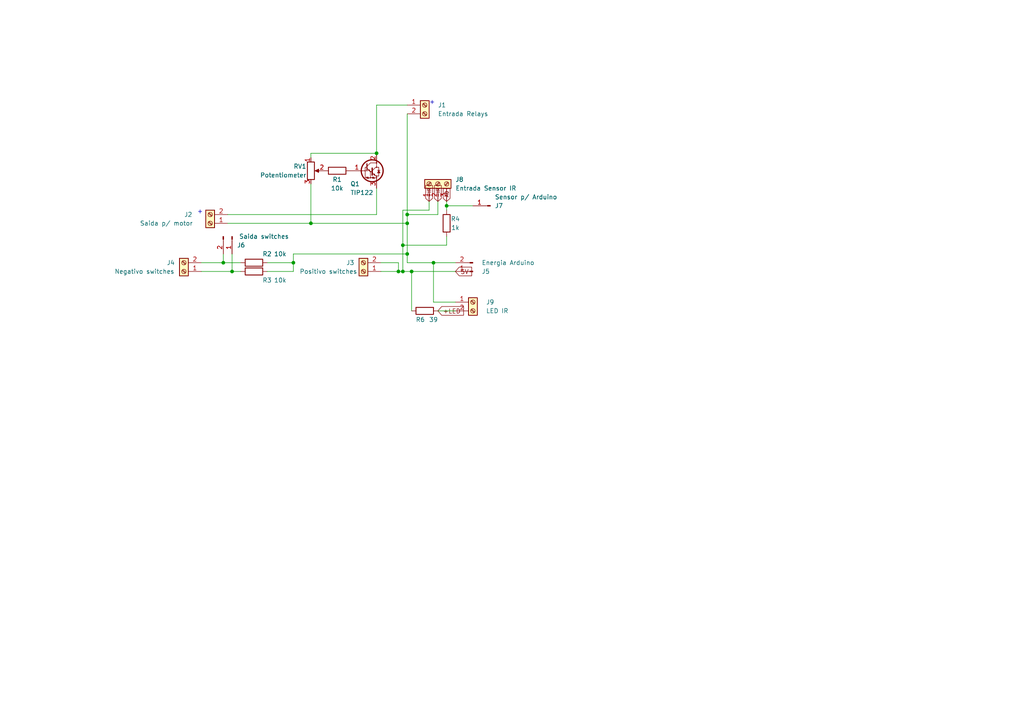
<source format=kicad_sch>
(kicad_sch (version 20211123) (generator eeschema)
  (paper "A4")
  (lib_symbols
    (symbol "Connector:Conn_01x01_Male" (pin_names (offset 1.016) hide)
      (property "Reference" "J" (at 0 2.54 0))
      (property "Value" "Conn_01x01_Male" (at 0 -2.54 0))
      (symbol "Conn_01x01_Male_1_1"
        (polyline (pts (xy 1.27 0) (xy 0.8636 0)) (stroke (width 0.1524)))
        (rectangle (start 0.8636 0.127) (end 0 -0.127) (stroke (width 0.1524)) (fill (type outline)))
        (pin passive line (at 5.08 0 180) (length 3.81) (name "Pin_1") (number "1"))
      )
    )
    (symbol "Connector:Conn_01x02_Male" (pin_names (offset 1.016) hide)
      (property "Reference" "J" (at 0 2.54 0))
      (property "Value" "Conn_01x02_Male" (at 0 -5.08 0))
      (symbol "Conn_01x02_Male_1_1"
        (polyline (pts (xy 1.27 -2.54) (xy 0.8636 -2.54)) (stroke (width 0.1524)))
        (polyline (pts (xy 1.27 0) (xy 0.8636 0)) (stroke (width 0.1524)))
        (rectangle (start 0.8636 -2.413) (end 0 -2.667) (stroke (width 0.1524)) (fill (type outline)))
        (rectangle (start 0.8636 0.127) (end 0 -0.127) (stroke (width 0.1524)) (fill (type outline)))
        (pin passive line (at 5.08 0 180) (length 3.81) (name "Pin_1") (number "1"))
        (pin passive line (at 5.08 -2.54 180) (length 3.81) (name "Pin_2") (number "2"))
      )
    )
    (symbol "Connector:Screw_Terminal_01x02" (pin_names (offset 1.016) hide)
      (property "Reference" "J" (at 0 2.54 0))
      (property "Value" "Screw_Terminal_01x02" (at 0 -5.08 0))
      (symbol "Screw_Terminal_01x02_1_1"
        (rectangle (start -1.27 1.27) (end 1.27 -3.81) (stroke (width 0.254)) (fill (type background)))
        (circle (center 0 -2.54) (radius 0.635) (stroke (width 0.1524)))
        (polyline (pts (xy -0.5334 -2.2098) (xy 0.3302 -3.048)) (stroke (width 0.1524)))
        (polyline (pts (xy -0.5334 0.3302) (xy 0.3302 -0.508)) (stroke (width 0.1524)))
        (polyline (pts (xy -0.3556 -2.032) (xy 0.508 -2.8702)) (stroke (width 0.1524)))
        (polyline (pts (xy -0.3556 0.508) (xy 0.508 -0.3302)) (stroke (width 0.1524)))
        (circle (center 0 0) (radius 0.635) (stroke (width 0.1524)))
        (pin passive line (at -5.08 0 0) (length 3.81) (name "Pin_1") (number "1"))
        (pin passive line (at -5.08 -2.54 0) (length 3.81) (name "Pin_2") (number "2"))
      )
    )
    (symbol "Connector:Screw_Terminal_01x03" (pin_names (offset 1.016) hide)
      (property "Reference" "J" (at 0 5.08 0))
      (property "Value" "Screw_Terminal_01x03" (at 0 -5.08 0))
      (symbol "Screw_Terminal_01x03_1_1"
        (rectangle (start -1.27 3.81) (end 1.27 -3.81) (stroke (width 0.254)) (fill (type background)))
        (circle (center 0 -2.54) (radius 0.635) (stroke (width 0.1524)))
        (polyline (pts (xy -0.5334 -2.2098) (xy 0.3302 -3.048)) (stroke (width 0.1524)))
        (polyline (pts (xy -0.5334 0.3302) (xy 0.3302 -0.508)) (stroke (width 0.1524)))
        (polyline (pts (xy -0.5334 2.8702) (xy 0.3302 2.032)) (stroke (width 0.1524)))
        (polyline (pts (xy -0.3556 -2.032) (xy 0.508 -2.8702)) (stroke (width 0.1524)))
        (polyline (pts (xy -0.3556 0.508) (xy 0.508 -0.3302)) (stroke (width 0.1524)))
        (polyline (pts (xy -0.3556 3.048) (xy 0.508 2.2098)) (stroke (width 0.1524)))
        (circle (center 0 0) (radius 0.635) (stroke (width 0.1524)))
        (circle (center 0 2.54) (radius 0.635) (stroke (width 0.1524)))
        (pin passive line (at -5.08 2.54 0) (length 3.81) (name "Pin_1") (number "1"))
        (pin passive line (at -5.08 0 0) (length 3.81) (name "Pin_2") (number "2"))
        (pin passive line (at -5.08 -2.54 0) (length 3.81) (name "Pin_3") (number "3"))
      )
    )
    (symbol "Device:R" (pin_numbers hide) (pin_names (offset 0))
      (property "Reference" "R" (at 2.032 0 90))
      (property "Value" "R" (at 0 0 90))
      (symbol "R_0_1"
        (rectangle (start -1.016 -2.54) (end 1.016 2.54) (stroke (width 0.254)))
      )
      (symbol "R_1_1"
        (pin passive line (at 0 3.81 270) (length 1.27) (name "~") (number "1"))
        (pin passive line (at 0 -3.81 90) (length 1.27) (name "~") (number "2"))
      )
    )
    (symbol "Device:R_Potentiometer" (pin_names (offset 1.016) hide)
      (property "Reference" "RV" (at -4.445 0 90))
      (property "Value" "R_Potentiometer" (at -2.54 0 90))
      (symbol "R_Potentiometer_0_1"
        (polyline (pts (xy 2.54 0) (xy 1.524 0)))
        (polyline (pts (xy 1.143 0) (xy 2.286 0.508) (xy 2.286 -0.508) (xy 1.143 0)) (fill (type outline)))
        (rectangle (start 1.016 2.54) (end -1.016 -2.54) (stroke (width 0.254)))
      )
      (symbol "R_Potentiometer_1_1"
        (pin passive line (at 0 3.81 270) (length 1.27) (name "1") (number "1"))
        (pin passive line (at 3.81 0 180) (length 1.27) (name "2") (number "2"))
        (pin passive line (at 0 -3.81 90) (length 1.27) (name "3") (number "3"))
      )
    )
    (symbol "Transistor_BJT:TIP122" (pin_names (offset 0) hide)
      (property "Reference" "Q" (at 5.08 1.905 0))
      (property "Value" "TIP122" (at 5.08 0 0))
      (symbol "TIP122_0_1"
        (circle (center -0.762 0) (radius 0.127))
        (polyline (pts (xy -1.27 0) (xy -0.889 0)))
        (polyline (pts (xy 2.54 -2.032) (xy 2.54 -2.54)))
        (polyline (pts (xy 2.54 -1.524) (xy 3.175 -1.524)))
        (polyline (pts (xy 2.794 0.127) (xy 3.556 0.127)))
        (polyline (pts (xy 3.175 -0.635) (xy 3.175 -1.524)))
        (polyline (pts (xy 3.175 1.016) (xy 2.54 1.016)))
        (polyline (pts (xy 3.175 1.016) (xy 3.175 0.127)))
        (polyline (pts (xy -0.254 0.762) (xy 0.762 -0.254) (xy 1.27 -0.254)))
        (polyline (pts (xy -0.254 1.016) (xy -0.762 1.016) (xy -0.762 -2.032)))
        (polyline (pts (xy -0.254 1.27) (xy 0.762 2.286) (xy 2.54 2.286)))
        (polyline (pts (xy -0.254 2.032) (xy -0.254 0) (xy -0.254 0)) (stroke (width 0.3048)))
        (polyline (pts (xy 1.27 0.762) (xy 1.27 -1.27) (xy 1.27 -1.27)) (stroke (width 0.381)))
        (polyline (pts (xy 0.635 -0.127) (xy 0.381 0.381) (xy 0.127 0.127) (xy 0.635 -0.127)))
        (polyline (pts (xy 1.27 -0.508) (xy 2.286 -1.524) (xy 2.54 -1.524) (xy 2.54 -2.032)))
        (polyline (pts (xy 1.27 0) (xy 2.286 1.016) (xy 2.54 1.016) (xy 2.54 2.286)))
        (polyline (pts (xy 2.159 -1.397) (xy 1.905 -0.889) (xy 1.651 -1.143) (xy 2.159 -1.397)))
        (polyline (pts (xy 3.175 0.127) (xy 2.794 -0.635) (xy 3.556 -0.635) (xy 3.175 0.127)) (fill (type outline)))
        (polyline (pts (xy 0.762 -2.032) (xy 0.381 -2.032) (xy 0.254 -2.286) (xy 0.127 -1.778) (xy 0 -2.286) (xy -0.127 -1.778) (xy -0.254 -2.286) (xy -0.381 -1.778) (xy -0.508 -2.032) (xy -0.762 -2.032)))
        (polyline (pts (xy 0.762 -0.254) (xy 0.762 -2.032) (xy 1.143 -2.032) (xy 1.27 -1.778) (xy 1.397 -2.286) (xy 1.524 -1.778) (xy 1.651 -2.286) (xy 1.778 -1.778) (xy 1.905 -2.286) (xy 2.032 -2.032) (xy 2.54 -2.032)))
        (circle (center 0.762 -2.032) (radius 0.127))
        (circle (center 0.762 -0.254) (radius 0.127))
        (circle (center 1.27 0) (radius 3.175) (stroke (width 0.3556)))
        (circle (center 2.54 -2.032) (radius 0.127))
        (circle (center 2.54 -1.524) (radius 0.127))
        (circle (center 2.54 1.016) (radius 0.127))
        (circle (center 2.54 2.286) (radius 0.127))
      )
      (symbol "TIP122_1_1"
        (pin input line (at -5.08 0 0) (length 3.81) (name "B") (number "1"))
        (pin passive line (at 2.54 5.08 270) (length 2.667) (name "C") (number "2"))
        (pin passive line (at 2.54 -5.08 90) (length 2.54) (name "E") (number "3"))
      )
    )
  )
  (junction (at 118.11 64.77))
  (junction (at 85.09 76.2))
  (junction (at 118.11 73.66))
  (junction (at 64.77 76.2))
  (junction (at 116.84 78.74))
  (junction (at 116.84 71.12))
  (junction (at 125.73 76.2))
  (junction (at 118.11 62.23))
  (junction (at 129.54 59.69))
  (junction (at 119.38 78.74))
  (junction (at 67.31 78.74))
  (junction (at 115.57 78.74))
  (junction (at 109.22 44.45))
  (junction (at 90.17 64.77))
  (wire (pts (xy 124.46 58.42) (xy 124.46 60.96)))
  (wire (pts (xy 118.11 64.77) (xy 118.11 73.66)))
  (wire (pts (xy 118.11 76.2) (xy 125.73 76.2)))
  (wire (pts (xy 127 62.23) (xy 118.11 62.23)))
  (wire (pts (xy 109.22 30.48) (xy 118.11 30.48)))
  (wire (pts (xy 85.09 73.66) (xy 118.11 73.66)))
  (wire (pts (xy 77.47 78.74) (xy 85.09 78.74)))
  (wire (pts (xy 118.11 33.02) (xy 118.11 62.23)))
  (wire (pts (xy 64.77 76.2) (xy 69.85 76.2)))
  (wire (pts (xy 125.73 87.63) (xy 132.08 87.63)))
  (wire (pts (xy 129.54 59.69) (xy 129.54 60.96)))
  (wire (pts (xy 90.17 64.77) (xy 90.17 53.34)))
  (wire (pts (xy 90.17 45.72) (xy 90.17 44.45)))
  (wire (pts (xy 77.47 76.2) (xy 85.09 76.2)))
  (wire (pts (xy 118.11 62.23) (xy 118.11 64.77)))
  (wire (pts (xy 109.22 54.61) (xy 109.22 62.23)))
  (wire (pts (xy 58.42 78.74) (xy 67.31 78.74)))
  (wire (pts (xy 85.09 76.2) (xy 85.09 78.74)))
  (wire (pts (xy 125.73 76.2) (xy 132.08 76.2)))
  (wire (pts (xy 116.84 71.12) (xy 116.84 78.74)))
  (wire (pts (xy 66.04 64.77) (xy 90.17 64.77)))
  (wire (pts (xy 64.77 73.66) (xy 64.77 76.2)))
  (wire (pts (xy 115.57 76.2) (xy 115.57 78.74)))
  (wire (pts (xy 119.38 78.74) (xy 132.08 78.74)))
  (wire (pts (xy 119.38 78.74) (xy 119.38 90.17)))
  (wire (pts (xy 129.54 68.58) (xy 129.54 71.12)))
  (wire (pts (xy 129.54 59.69) (xy 137.16 59.69)))
  (wire (pts (xy 129.54 71.12) (xy 116.84 71.12)))
  (wire (pts (xy 109.22 44.45) (xy 109.22 30.48)))
  (wire (pts (xy 90.17 44.45) (xy 109.22 44.45)))
  (wire (pts (xy 110.49 78.74) (xy 115.57 78.74)))
  (wire (pts (xy 115.57 78.74) (xy 116.84 78.74)))
  (wire (pts (xy 110.49 76.2) (xy 115.57 76.2)))
  (wire (pts (xy 66.04 62.23) (xy 109.22 62.23)))
  (wire (pts (xy 118.11 64.77) (xy 90.17 64.77)))
  (wire (pts (xy 125.73 87.63) (xy 125.73 76.2)))
  (wire (pts (xy 116.84 78.74) (xy 119.38 78.74)))
  (wire (pts (xy 127 58.42) (xy 127 62.23)))
  (wire (pts (xy 127 90.17) (xy 132.08 90.17)))
  (wire (pts (xy 124.46 60.96) (xy 116.84 60.96)))
  (wire (pts (xy 118.11 73.66) (xy 118.11 76.2)))
  (wire (pts (xy 129.54 58.42) (xy 129.54 59.69)))
  (wire (pts (xy 67.31 73.66) (xy 67.31 78.74)))
  (wire (pts (xy 85.09 76.2) (xy 85.09 73.66)))
  (wire (pts (xy 58.42 76.2) (xy 64.77 76.2)))
  (wire (pts (xy 116.84 60.96) (xy 116.84 71.12)))
  (wire (pts (xy 67.31 78.74) (xy 69.85 78.74)))
  (text "+" (at 124.46 30.48 0) (effects (font (size 1.27 1.27)) (justify left bottom)))
  (text "+" (at 57.15 62.23 0) (effects (font (size 1.27 1.27)) (justify left bottom)))
  (global_label "+LED" (shape input) (at 127 90.17 0) (property "Referências entre as folhas" "${INTERSHEET_REFS}" (effects hide)))
  (global_label "5V" (shape input) (at 132.08 78.74 0) (property "Referências entre as folhas" "${INTERSHEET_REFS}" (effects hide)))
  (global_label "A0" (shape input) (at 129.54 58.42 90) (effects (font (size 1 1))) (property "Referências entre as folhas" "${INTERSHEET_REFS}" (effects hide)))
  (global_label "-IR" (shape input) (at 127 58.42 90) (effects (font (size 1 1))) (property "Referências entre as folhas" "${INTERSHEET_REFS}" (effects hide)))
  (global_label "+IR" (shape input) (at 124.46 58.42 90) (effects (font (size 1 1))) (property "Referências entre as folhas" "${INTERSHEET_REFS}" (effects hide)))
  (symbol (lib_id "Connector:Conn_01x02_Male") (at 137.16 78.74 180) (unit 1)
    (property "Reference" "J5" (at 139.7 78.74 0) (effects (justify right)))
    (property "Value" "Energia Arduino" (at 139.7 76.2 0) (effects (justify right)))
    (property "Footprint" "Connector_PinHeader_1.27mm:PinHeader_1x02_P1.27mm_Vertical" (effects hide))
  )
  (symbol (lib_id "Connector:Conn_01x01_Male") (at 142.24 59.69 180) (unit 1)
    (property "Reference" "J7" (at 143.51 59.69 0) (effects (justify right)))
    (property "Value" "Sensor p/ Arduino" (at 143.51 57.15 0) (effects (justify right)))
    (property "Footprint" "Connector_PinHeader_1.27mm:PinHeader_1x01_P1.27mm_Vertical" (effects hide))
  )
  (symbol (lib_id "Device:R") (at 97.79 49.53 90) (unit 1)
    (property "Reference" "R1" (at 97.79 52.07 90))
    (property "Value" "10k" (at 97.79 54.61 90))
    (property "Footprint" "Resistor_THT:R_Axial_DIN0207_L6.3mm_D2.5mm_P10.16mm_Horizontal" (effects hide))
  )
  (symbol (lib_id "Connector:Screw_Terminal_01x03") (at 127 53.34 90) (unit 1)
    (property "Reference" "J8" (at 132.08 52.0699 90) (effects (justify right)))
    (property "Value" "Entrada Sensor IR" (at 132.08 54.6099 90) (effects (justify right)))
    (property "Footprint" "TerminalBlock_RND:TerminalBlock_RND_205-00002_1x03_P5.00mm_Horizontal" (effects hide))
  )
  (symbol (lib_id "Connector:Screw_Terminal_01x02") (at 123.19 30.48 0) (unit 1)
    (property "Reference" "J1" (at 127 30.48 0) (effects (justify left)))
    (property "Value" "Entrada Relays" (at 127 33.02 0) (effects (justify left)))
    (property "Footprint" "TerminalBlock_RND:TerminalBlock_RND_205-00001_1x02_P5.00mm_Horizontal" (effects hide))
  )
  (symbol (lib_id "Device:R") (at 129.54 64.77 180) (unit 1)
    (property "Reference" "R4" (at 132.08 63.5 0))
    (property "Value" "1k" (at 132.08 66.04 0))
    (property "Footprint" "Resistor_THT:R_Axial_DIN0207_L6.3mm_D2.5mm_P10.16mm_Horizontal" (effects hide))
  )
  (symbol (lib_id "Device:R_Potentiometer") (at 90.17 49.53 0) (unit 1)
    (property "Reference" "RV1" (at 88.9 48.26 0) (effects (justify right)))
    (property "Value" "Potentiometer" (at 88.9 50.8 0) (effects (justify right)))
    (property "Footprint" "Potentiometer_THT:Potentiometer_Alps_RK163_Single_Horizontal" (effects hide))
  )
  (symbol (lib_id "Connector:Screw_Terminal_01x02") (at 53.34 78.74 180) (unit 1)
    (property "Reference" "J4" (at 49.53 76.2 0))
    (property "Value" "Negativo switches" (at 41.91 78.74 0))
    (property "Footprint" "TerminalBlock_RND:TerminalBlock_RND_205-00001_1x02_P5.00mm_Horizontal" (effects hide))
  )
  (symbol (lib_id "Device:R") (at 73.66 78.74 90) (unit 1)
    (property "Reference" "R3" (at 77.47 81.28 90))
    (property "Value" "10k" (at 81.28 81.28 90))
    (property "Footprint" "Resistor_THT:R_Axial_DIN0207_L6.3mm_D2.5mm_P10.16mm_Horizontal" (effects hide))
  )
  (symbol (lib_id "Device:R") (at 123.19 90.17 90) (unit 1)
    (property "Reference" "R6" (at 121.92 92.71 90))
    (property "Value" "39" (at 125.73 92.71 90))
    (property "Footprint" "Resistor_THT:R_Axial_DIN0207_L6.3mm_D2.5mm_P10.16mm_Horizontal" (effects hide))
  )
  (symbol (lib_id "Connector:Screw_Terminal_01x02") (at 137.16 87.63 0) (unit 1)
    (property "Reference" "J9" (at 140.97 87.63 0) (effects (justify left)))
    (property "Value" "LED IR" (at 140.97 90.17 0) (effects (justify left)))
    (property "Footprint" "TerminalBlock_RND:TerminalBlock_RND_205-00001_1x02_P5.00mm_Horizontal" (effects hide))
  )
  (symbol (lib_id "Connector:Screw_Terminal_01x02") (at 105.41 78.74 180) (unit 1)
    (property "Reference" "J3" (at 101.6 76.2 0))
    (property "Value" "Positivo switches" (at 95.25 78.74 0))
    (property "Footprint" "TerminalBlock_RND:TerminalBlock_RND_205-00001_1x02_P5.00mm_Horizontal" (effects hide))
  )
  (symbol (lib_id "Connector:Conn_01x02_Male") (at 67.31 68.58 270) (unit 1)
    (property "Reference" "J6" (at 71.12 71.12 90) (effects (justify right)))
    (property "Value" "Saida switches" (at 83.82 68.58 90) (effects (justify right)))
    (property "Footprint" "Connector_PinHeader_1.27mm:PinHeader_1x02_P1.27mm_Vertical" (effects hide))
  )
  (symbol (lib_id "Transistor_BJT:TIP122") (at 106.68 49.53 0) (unit 1)
    (property "Reference" "Q1" (at 101.6 53.34 0) (effects (justify left)))
    (property "Value" "TIP122" (at 101.6 55.88 0) (effects (justify left)))
    (property "Footprint" "Package_TO_SOT_THT:TO-220-3_Vertical" (effects hide))
    (property "Datasheet" "https://www.onsemi.com/pub/Collateral/TIP120-D.PDF" (effects hide))
  )
  (symbol (lib_id "Connector:Screw_Terminal_01x02") (at 60.96 64.77 180) (unit 1)
    (property "Reference" "J2" (at 54.61 62.23 0))
    (property "Value" "Saida p/ motor" (at 48.26 64.77 0))
    (property "Footprint" "TerminalBlock_RND:TerminalBlock_RND_205-00001_1x02_P5.00mm_Horizontal" (effects hide))
  )
  (symbol (lib_id "Device:R") (at 73.66 76.2 90) (unit 1)
    (property "Reference" "R2" (at 77.47 73.66 90))
    (property "Value" "10k" (at 81.28 73.66 90))
    (property "Footprint" "Resistor_THT:R_Axial_DIN0207_L6.3mm_D2.5mm_P10.16mm_Horizontal" (effects hide))
  )
)
</source>
